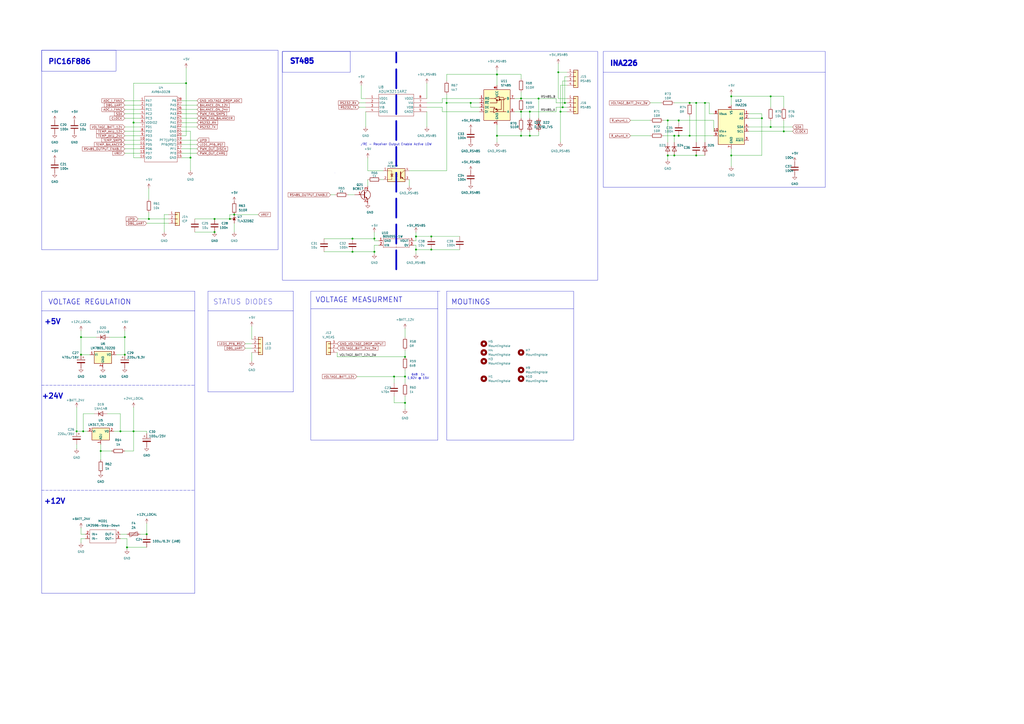
<source format=kicad_sch>
(kicad_sch (version 20231120) (generator "eeschema") (generator_version "8.0")
  (paper "A2")
  (junction (at 58.42 261.62))
  (junction (at 48.26 250.19))
  (junction (at 124.46 127))
  (junction (at 387.35 90.17))
  (junction (at 441.96 68.58))
  (junction (at 259.08 59.69))
  (junction (at 403.86 59.69))
  (junction (at 124.46 134.62))
  (junction (at 400.05 59.69))
  (junction (at 312.42 57.15))
  (junction (at 234.95 207.01))
  (junction (at 327.66 59.69))
  (junction (at 302.26 78.74))
  (junction (at 288.29 43.18))
  (junction (at 217.17 146.05))
  (junction (at 135.89 124.46))
  (junction (at 77.47 250.19))
  (junction (at 228.6 218.44))
  (junction (at 204.47 138.43))
  (junction (at 110.49 91.44))
  (junction (at 403.86 90.17))
  (junction (at 72.39 205.74))
  (junction (at 447.04 55.88))
  (junction (at 307.34 64.77))
  (junction (at 234.95 233.68))
  (junction (at 241.3 144.78))
  (junction (at 133.35 127))
  (junction (at 44.45 250.19))
  (junction (at 69.85 250.19))
  (junction (at 447.04 73.66))
  (junction (at 323.85 41.91))
  (junction (at 326.39 62.23))
  (junction (at 217.17 138.43))
  (junction (at 288.29 78.74))
  (junction (at 250.19 144.78))
  (junction (at 424.18 90.17))
  (junction (at 77.47 71.12))
  (junction (at 393.7 78.74))
  (junction (at 391.16 78.74))
  (junction (at 107.95 48.26))
  (junction (at 393.7 69.85))
  (junction (at 454.66 76.2))
  (junction (at 204.47 146.05))
  (junction (at 250.19 137.16))
  (junction (at 72.39 195.58))
  (junction (at 85.09 309.88))
  (junction (at 73.66 317.5))
  (junction (at 86.36 127))
  (junction (at 302.26 64.77))
  (junction (at 46.99 195.58))
  (junction (at 302.26 57.15))
  (junction (at 391.16 90.17))
  (junction (at 46.99 205.74))
  (junction (at 307.34 78.74))
  (junction (at 241.3 137.16))
  (junction (at 408.94 59.69))
  (junction (at 400.05 78.74))
  (junction (at 424.18 55.88))
  (junction (at 387.35 69.85))
  (junction (at 234.95 218.44))
  (junction (at 325.12 64.77))
  (junction (at 273.05 59.69))
  (wire (pts (xy 97.79 124.46) (xy 95.25 124.46)))
  (wire (pts (xy 259.08 59.69) (xy 273.05 59.69)))
  (wire (pts (xy 447.04 55.88) (xy 447.04 62.23)))
  (wire (pts (xy 46.99 314.96) (xy 46.99 312.42)))
  (wire (pts (xy 408.94 59.69) (xy 408.94 82.55)))
  (wire (pts (xy 81.28 86.36) (xy 72.39 86.36)))
  (wire (pts (xy 256.54 62.23) (xy 256.54 64.77)))
  (wire (pts (xy 424.18 54.61) (xy 424.18 55.88)))
  (wire (pts (xy 81.28 78.74) (xy 72.39 78.74)))
  (wire (pts (xy 228.6 218.44) (xy 234.95 218.44)))
  (wire (pts (xy 73.66 312.42) (xy 69.85 312.42)))
  (wire (pts (xy 72.39 205.74) (xy 72.39 195.58)))
  (wire (pts (xy 424.18 55.88) (xy 447.04 55.88)))
  (wire (pts (xy 48.26 240.03) (xy 48.26 250.19)))
  (wire (pts (xy 411.48 59.69) (xy 408.94 59.69)))
  (wire (pts (xy 387.35 69.85) (xy 393.7 69.85)))
  (wire (pts (xy 234.95 233.68) (xy 234.95 237.49)))
  (wire (pts (xy 322.58 62.23) (xy 322.58 64.77)))
  (wire (pts (xy 298.45 57.15) (xy 302.26 57.15)))
  (wire (pts (xy 256.54 57.15) (xy 278.13 57.15)))
  (wire (pts (xy 241.3 139.7) (xy 241.3 137.16)))
  (polyline (pts (xy 161.29 29.21) (xy 161.29 144.78)))
  (wire (pts (xy 241.3 144.78) (xy 250.19 144.78)))
  (wire (pts (xy 328.93 44.45) (xy 327.66 44.45)))
  (wire (pts (xy 447.04 73.66) (xy 459.74 73.66)))
  (wire (pts (xy 228.6 218.44) (xy 228.6 222.25)))
  (wire (pts (xy 234.95 214.63) (xy 234.95 218.44)))
  (wire (pts (xy 81.28 88.9) (xy 72.39 88.9)))
  (wire (pts (xy 328.93 62.23) (xy 326.39 62.23)))
  (wire (pts (xy 237.49 104.14) (xy 237.49 107.95)))
  (wire (pts (xy 325.12 82.55) (xy 325.12 64.77)))
  (wire (pts (xy 411.48 66.04) (xy 411.48 59.69)))
  (wire (pts (xy 228.6 229.87) (xy 228.6 233.68)))
  (wire (pts (xy 72.39 66.04) (xy 81.28 66.04)))
  (wire (pts (xy 201.93 113.03) (xy 205.74 113.03)))
  (wire (pts (xy 377.19 59.69) (xy 383.54 59.69)))
  (wire (pts (xy 114.3 86.36) (xy 105.41 86.36)))
  (wire (pts (xy 81.28 76.2) (xy 72.39 76.2)))
  (wire (pts (xy 146.05 204.47) (xy 146.05 209.55)))
  (wire (pts (xy 323.85 57.15) (xy 323.85 41.91)))
  (wire (pts (xy 58.42 261.62) (xy 58.42 266.7)))
  (wire (pts (xy 312.42 76.2) (xy 312.42 78.74)))
  (wire (pts (xy 62.23 240.03) (xy 69.85 240.03)))
  (wire (pts (xy 187.96 138.43) (xy 204.47 138.43)))
  (wire (pts (xy 302.26 64.77) (xy 307.34 64.77)))
  (wire (pts (xy 434.34 73.66) (xy 447.04 73.66)))
  (wire (pts (xy 85.09 303.53) (xy 85.09 309.88)))
  (wire (pts (xy 69.85 240.03) (xy 69.85 250.19)))
  (wire (pts (xy 213.36 91.44) (xy 213.36 99.06)))
  (wire (pts (xy 391.16 78.74) (xy 393.7 78.74)))
  (polyline (pts (xy 97.79 144.78) (xy 161.29 144.78)))
  (wire (pts (xy 133.35 127) (xy 133.35 124.46)))
  (wire (pts (xy 387.35 69.85) (xy 387.35 82.55)))
  (wire (pts (xy 278.13 62.23) (xy 273.05 62.23)))
  (wire (pts (xy 302.26 53.34) (xy 302.26 57.15)))
  (wire (pts (xy 241.3 137.16) (xy 241.3 134.62)))
  (wire (pts (xy 325.12 49.53) (xy 328.93 49.53)))
  (polyline (pts (xy 254 255.27) (xy 254 168.91)))
  (wire (pts (xy 247.65 62.23) (xy 256.54 62.23)))
  (wire (pts (xy 105.41 78.74) (xy 107.95 78.74)))
  (wire (pts (xy 273.05 59.69) (xy 278.13 59.69)))
  (wire (pts (xy 247.65 48.26) (xy 247.65 57.15)))
  (wire (pts (xy 114.3 68.58) (xy 105.41 68.58)))
  (wire (pts (xy 217.17 138.43) (xy 217.17 134.62)))
  (wire (pts (xy 80.01 127) (xy 86.36 127)))
  (wire (pts (xy 322.58 59.69) (xy 322.58 57.15)))
  (wire (pts (xy 77.47 91.44) (xy 77.47 71.12)))
  (wire (pts (xy 391.16 90.17) (xy 403.86 90.17)))
  (wire (pts (xy 133.35 124.46) (xy 135.89 124.46)))
  (wire (pts (xy 66.04 250.19) (xy 69.85 250.19)))
  (wire (pts (xy 85.09 250.19) (xy 77.47 250.19)))
  (wire (pts (xy 434.34 68.58) (xy 441.96 68.58)))
  (wire (pts (xy 54.61 240.03) (xy 48.26 240.03)))
  (wire (pts (xy 403.86 59.69) (xy 403.86 82.55)))
  (wire (pts (xy 312.42 57.15) (xy 312.42 68.58)))
  (wire (pts (xy 325.12 64.77) (xy 328.93 64.77)))
  (wire (pts (xy 85.09 129.54) (xy 97.79 129.54)))
  (wire (pts (xy 69.85 250.19) (xy 77.47 250.19)))
  (wire (pts (xy 391.16 59.69) (xy 400.05 59.69)))
  (wire (pts (xy 46.99 195.58) (xy 55.88 195.58)))
  (wire (pts (xy 204.47 146.05) (xy 217.17 146.05)))
  (polyline (pts (xy 180.34 179.07) (xy 254 179.07)))
  (wire (pts (xy 114.3 81.28) (xy 105.41 81.28)))
  (wire (pts (xy 208.28 62.23) (xy 212.09 62.23)))
  (wire (pts (xy 217.17 147.32) (xy 217.17 146.05)))
  (wire (pts (xy 234.95 218.44) (xy 234.95 222.25)))
  (wire (pts (xy 307.34 78.74) (xy 302.26 78.74)))
  (wire (pts (xy 110.49 76.2) (xy 105.41 76.2)))
  (wire (pts (xy 259.08 99.06) (xy 237.49 99.06)))
  (wire (pts (xy 50.8 250.19) (xy 48.26 250.19)))
  (wire (pts (xy 63.5 195.58) (xy 72.39 195.58)))
  (wire (pts (xy 77.47 71.12) (xy 77.47 48.26)))
  (wire (pts (xy 302.26 45.72) (xy 302.26 43.18)))
  (wire (pts (xy 414.02 66.04) (xy 411.48 66.04)))
  (wire (pts (xy 393.7 78.74) (xy 400.05 78.74)))
  (wire (pts (xy 217.17 146.05) (xy 217.17 142.24)))
  (wire (pts (xy 325.12 64.77) (xy 325.12 49.53)))
  (wire (pts (xy 220.98 104.14) (xy 222.25 104.14)))
  (wire (pts (xy 191.77 113.03) (xy 194.31 113.03)))
  (wire (pts (xy 434.34 76.2) (xy 454.66 76.2)))
  (wire (pts (xy 81.28 81.28) (xy 72.39 81.28)))
  (wire (pts (xy 234.95 229.87) (xy 234.95 233.68)))
  (wire (pts (xy 217.17 139.7) (xy 217.17 138.43)))
  (wire (pts (xy 247.65 59.69) (xy 256.54 59.69)))
  (wire (pts (xy 213.36 99.06) (xy 222.25 99.06)))
  (wire (pts (xy 86.36 109.22) (xy 86.36 115.57)))
  (polyline (pts (xy 24.13 180.34) (xy 113.03 180.34)))
  (wire (pts (xy 81.28 73.66) (xy 72.39 73.66)))
  (wire (pts (xy 105.41 91.44) (xy 110.49 91.44)))
  (wire (pts (xy 302.26 78.74) (xy 288.29 78.74)))
  (wire (pts (xy 46.99 312.42) (xy 49.53 312.42)))
  (wire (pts (xy 365.76 69.85) (xy 377.19 69.85)))
  (polyline (pts (xy 24.13 284.48) (xy 113.03 284.48)) (stroke (width 0) (type dash)))
  (polyline (pts (xy 24.13 29.21) (xy 161.29 29.21)))
  (wire (pts (xy 81.28 63.5) (xy 72.39 63.5)))
  (wire (pts (xy 441.96 66.04) (xy 434.34 66.04)))
  (wire (pts (xy 328.93 46.99) (xy 326.39 46.99)))
  (polyline (pts (xy 194.31 100.33) (xy 194.31 100.33)))
  (wire (pts (xy 247.65 73.66) (xy 247.65 64.77)))
  (wire (pts (xy 454.66 55.88) (xy 454.66 62.23)))
  (wire (pts (xy 403.86 59.69) (xy 400.05 59.69)))
  (wire (pts (xy 312.42 57.15) (xy 322.58 57.15)))
  (wire (pts (xy 107.95 39.37) (xy 107.95 48.26)))
  (wire (pts (xy 302.26 43.18) (xy 288.29 43.18)))
  (wire (pts (xy 323.85 41.91) (xy 323.85 36.83)))
  (wire (pts (xy 234.95 190.5) (xy 234.95 195.58)))
  (wire (pts (xy 73.66 317.5) (xy 85.09 317.5)))
  (wire (pts (xy 105.41 63.5) (xy 114.3 63.5)))
  (wire (pts (xy 393.7 69.85) (xy 414.02 69.85)))
  (polyline (pts (xy 120.65 227.33) (xy 170.18 227.33)))
  (wire (pts (xy 85.09 251.46) (xy 85.09 250.19)))
  (wire (pts (xy 234.95 233.68) (xy 228.6 233.68)))
  (wire (pts (xy 81.28 60.96) (xy 72.39 60.96)))
  (wire (pts (xy 72.39 68.58) (xy 81.28 68.58)))
  (wire (pts (xy 81.28 58.42) (xy 72.39 58.42)))
  (wire (pts (xy 259.08 43.18) (xy 288.29 43.18)))
  (wire (pts (xy 81.28 91.44) (xy 77.47 91.44)))
  (wire (pts (xy 77.47 48.26) (xy 107.95 48.26)))
  (wire (pts (xy 110.49 91.44) (xy 110.49 76.2)))
  (wire (pts (xy 288.29 40.64) (xy 288.29 43.18)))
  (wire (pts (xy 58.42 261.62) (xy 58.42 257.81)))
  (wire (pts (xy 113.03 134.62) (xy 124.46 134.62)))
  (wire (pts (xy 241.3 147.32) (xy 241.3 144.78)))
  (wire (pts (xy 195.58 207.01) (xy 195.58 204.47)))
  (wire (pts (xy 365.76 78.74) (xy 377.19 78.74)))
  (wire (pts (xy 195.58 207.01) (xy 234.95 207.01)))
  (wire (pts (xy 113.03 127) (xy 124.46 127)))
  (wire (pts (xy 208.28 59.69) (xy 212.09 59.69)))
  (polyline (pts (xy 170.18 168.91) (xy 120.65 168.91)))
  (wire (pts (xy 454.66 69.85) (xy 454.66 76.2)))
  (wire (pts (xy 447.04 69.85) (xy 447.04 73.66)))
  (polyline (pts (xy 349.885 41.91) (xy 478.79 41.91)))
  (wire (pts (xy 447.04 55.88) (xy 454.66 55.88)))
  (wire (pts (xy 213.36 107.95) (xy 213.36 104.14)))
  (wire (pts (xy 86.36 127) (xy 97.79 127)))
  (wire (pts (xy 400.05 67.31) (xy 400.05 78.74)))
  (wire (pts (xy 424.18 86.36) (xy 424.18 90.17)))
  (wire (pts (xy 81.28 309.88) (xy 85.09 309.88)))
  (wire (pts (xy 44.45 250.19) (xy 44.45 236.22)))
  (wire (pts (xy 387.35 92.71) (xy 387.35 90.17)))
  (wire (pts (xy 323.85 41.91) (xy 328.93 41.91)))
  (wire (pts (xy 307.34 76.2) (xy 307.34 78.74)))
  (wire (pts (xy 250.19 137.16) (xy 266.7 137.16)))
  (wire (pts (xy 302.26 64.77) (xy 302.26 68.58)))
  (polyline (pts (xy 24.13 223.52) (xy 113.03 223.52)) (stroke (width 0) (type dash)))
  (wire (pts (xy 77.47 71.12) (xy 81.28 71.12)))
  (wire (pts (xy 49.53 309.88) (xy 46.99 309.88)))
  (wire (pts (xy 326.39 46.99) (xy 326.39 62.23)))
  (wire (pts (xy 52.07 205.74) (xy 46.99 205.74)))
  (wire (pts (xy 424.18 90.17) (xy 424.18 96.52)))
  (wire (pts (xy 77.47 250.19) (xy 77.47 236.22)))
  (wire (pts (xy 146.05 189.23) (xy 146.05 196.85)))
  (wire (pts (xy 114.3 73.66) (xy 105.41 73.66)))
  (wire (pts (xy 46.99 309.88) (xy 46.99 306.07)))
  (wire (pts (xy 204.47 138.43) (xy 217.17 138.43)))
  (polyline (pts (xy 120.65 180.34) (xy 170.18 180.34)))
  (wire (pts (xy 424.18 55.88) (xy 424.18 60.96)))
  (wire (pts (xy 241.3 137.16) (xy 250.19 137.16)))
  (polyline (pts (xy 180.34 255.27) (xy 254 255.27)))
  (polyline (pts (xy 24.13 144.78) (xy 24.13 29.21)))
  (wire (pts (xy 209.55 57.15) (xy 209.55 49.53)))
  (polyline (pts (xy 259.08 179.07) (xy 332.74 179.07)))
  (wire (pts (xy 105.41 83.82) (xy 114.3 83.82)))
  (wire (pts (xy 288.29 43.18) (xy 288.29 49.53)))
  (wire (pts (xy 135.89 129.54) (xy 135.89 134.62)))
  (wire (pts (xy 46.99 205.74) (xy 46.99 195.58)))
  (wire (pts (xy 212.09 57.15) (xy 209.55 57.15)))
  (polyline (pts (xy 229.87 156.21) (xy 229.87 30.48)) (stroke (width 1) (type dash)))
  (wire (pts (xy 307.34 64.77) (xy 322.58 64.77)))
  (polyline (pts (xy 254 168.91) (xy 180.34 168.91)))
  (wire (pts (xy 73.66 317.5) (xy 73.66 318.77)))
  (wire (pts (xy 207.01 218.44) (xy 228.6 218.44)))
  (wire (pts (xy 64.77 261.62) (xy 58.42 261.62)))
  (wire (pts (xy 273.05 62.23) (xy 273.05 59.69)))
  (wire (pts (xy 250.19 144.78) (xy 266.7 144.78)))
  (wire (pts (xy 424.18 90.17) (xy 441.96 90.17)))
  (wire (pts (xy 107.95 48.26) (xy 107.95 78.74)))
  (polyline (pts (xy 120.65 227.33) (xy 120.65 168.91)))
  (wire (pts (xy 219.71 139.7) (xy 217.17 139.7)))
  (wire (pts (xy 77.47 261.62) (xy 77.47 250.19)))
  (wire (pts (xy 212.09 73.66) (xy 212.09 64.77)))
  (wire (pts (xy 241.3 144.78) (xy 241.3 142.24)))
  (wire (pts (xy 72.39 195.58) (xy 72.39 191.77)))
  (wire (pts (xy 298.45 64.77) (xy 302.26 64.77)))
  (wire (pts (xy 384.81 78.74) (xy 391.16 78.74)))
  (wire (pts (xy 124.46 127) (xy 133.35 127)))
  (wire (pts (xy 217.17 142.24) (xy 219.71 142.24)))
  (wire (pts (xy 135.89 124.46) (xy 149.86 124.46)))
  (wire (pts (xy 393.7 69.85) (xy 393.7 71.12)))
  (wire (pts (xy 384.81 69.85) (xy 387.35 69.85)))
  (wire (pts (xy 86.36 123.19) (xy 86.36 127)))
  (wire (pts (xy 454.66 76.2) (xy 459.74 76.2)))
  (wire (pts (xy 73.66 312.42) (xy 73.66 317.5)))
  (wire (pts (xy 95.25 124.46) (xy 95.25 134.62)))
  (wire (pts (xy 312.42 78.74) (xy 307.34 78.74)))
  (wire (pts (xy 259.08 46.99) (xy 259.08 43.18)))
  (wire (pts (xy 328.93 59.69) (xy 327.66 59.69)))
  (wire (pts (xy 400.05 78.74) (xy 414.02 78.74)))
  (wire (pts (xy 391.16 78.74) (xy 391.16 82.55)))
  (wire (pts (xy 110.49 99.06) (xy 110.49 91.44)))
  (wire (pts (xy 142.24 199.39) (xy 146.05 199.39)))
  (wire (pts (xy 327.66 44.45) (xy 327.66 59.69)))
  (wire (pts (xy 105.41 60.96) (xy 114.3 60.96)))
  (polyline (pts (xy 170.18 227.33) (xy 170.18 168.91)))
  (polyline (pts (xy 180.34 168.91) (xy 180.34 255.27)))
  (wire (pts (xy 72.39 261.62) (xy 77.47 261.62)))
  (wire (pts (xy 408.94 59.69) (xy 403.86 59.69)))
  (wire (pts (xy 387.35 90.17) (xy 391.16 90.17)))
  (polyline (pts (xy 254 168.91) (xy 255.27 168.91)))
  (wire (pts (xy 441.96 90.17) (xy 441.96 68.58)))
  (wire (pts (xy 441.96 68.58) (xy 441.96 66.04)))
  (wire (pts (xy 81.28 83.82) (xy 72.39 83.82)))
  (wire (pts (xy 241.3 142.24) (xy 240.03 142.24)))
  (wire (pts (xy 67.31 205.74) (xy 72.39 205.74)))
  (wire (pts (xy 302.26 57.15) (xy 312.42 57.15)))
  (wire (pts (xy 256.54 59.69) (xy 256.54 57.15)))
  (wire (pts (xy 326.39 62.23) (xy 322.58 62.23)))
  (wire (pts (xy 256.54 64.77) (xy 278.13 64.77)))
  (polyline (pts (xy 24.13 144.78) (xy 97.79 144.78)))
  (wire (pts (xy 327.66 59.69) (xy 322.58 59.69)))
  (wire (pts (xy 403.86 90.17) (xy 408.94 90.17)))
  (wire (pts (xy 234.95 203.2) (xy 234.95 207.01)))
  (wire (pts (xy 414.02 69.85) (xy 414.02 76.2)))
  (wire (pts (xy 240.03 139.7) (xy 241.3 139.7)))
  (wire (pts (xy 259.08 59.69) (xy 259.08 99.06)))
  (wire (pts (xy 187.96 146.05) (xy 204.47 146.05)))
  (wire (pts (xy 259.08 54.61) (xy 259.08 59.69)))
  (wire (pts (xy 288.29 72.39) (xy 288.29 78.74)))
  (wire (pts (xy 328.93 57.15) (xy 323.85 57.15)))
  (wire (pts (xy 142.24 201.93) (xy 146.05 201.93)))
  (wire (pts (xy 48.26 250.19) (xy 44.45 250.19)))
  (wire (pts (xy 105.41 66.04) (xy 114.3 66.04)))
  (wire (pts (xy 46.99 195.58) (xy 46.99 191.77)))
  (wire (pts (xy 114.3 58.42) (xy 105.41 58.42)))
  (wire (pts (xy 288.29 78.74) (xy 288.29 82.55)))
  (wire (pts (xy 69.85 309.88) (xy 73.66 309.88)))
  (wire (pts (xy 114.3 88.9) (xy 105.41 88.9)))
  (wire (pts (xy 302.26 76.2) (xy 302.26 78.74)))
  (wire (pts (xy 307.34 64.77) (xy 307.34 68.58)))
  (wire (pts (xy 114.3 71.12) (xy 105.41 71.12)))
  (wire (pts (xy 44.45 257.81) (xy 44.45 260.35)))
  (rectangle (start 259.08 168.91) (end 332.74 255.27))
  (rectangle (start 163.83 29.845) (end 346.71 162.56))
  (rectangle (start 24.13 29.21) (end 67.31 41.275))
  (rectangle (start 163.83 29.845) (end 203.2 41.91))
  (rectangle (start 349.885 29.845) (end 478.79 108.585))
  (rectangle (start 24.13 168.91) (end 113.03 344.17))
  (text "+24V" (at 30.48 229.87 0) (effects (font (size 3 3) (bold yes))))
  (text "6k8  1k\n1,92V @ 15V" (at 242.57 218.44 0) (effects (font (size 1.27 1.27))))
  (text "INA226\n" (at 361.95 36.83 0) (effects (font (size 3 3) (thickness 0.8) (bold yes))))
  (text "+12V" (at 31.75 290.83 0) (effects (font (size 3 3) (bold yes))))
  (text "+5V" (at 30.48 186.69 0) (effects (font (size 3 3) (bold yes))))
  (text "PIC16F886" (at 40.386 35.814 0) (effects (font (size 3 3) (thickness 0.6) (bold yes))))
  (text "MOUTINGS" (at 273.05 175.26 0) (effects (font (size 3 3) (thickness 0.254) (bold yes))))
  (text "VOLTAGE MEASURMENT" (at 208.28 173.99 0) (effects (font (size 3 3) (thickness 0.254) (bold yes))))
  (text "ST485" (at 175.26 35.56 0) (effects (font (size 3 3) (thickness 0.8) (bold yes))))
  (text "VOLTAGE REGULATION" (at 52.07 175.26 0) (effects (font (size 3 3) (thickness 0.254) (bold yes))))
  (text "/RE - Receiver Output Enable Active LOW" (at 229.87 83.82 0) (effects (font (size 1.27 1.27))))
  (text "STATUS DIODES" (at 140.97 175.26 0) (effects (font (size 3 3))))
  (label "RS485_A" (at 313.69 64.77 0))
  (label "RS485_B" (at 313.69 57.15 0))
  (label "VOLTAGE_BATT_12V_3W" (at 196.85 207.01 0))
  (global_label "R_shunt_L" (shape input) (at 365.76 69.85 180) (property "Intersheetrefs" "${INTERSHEET_REFS}" (effects (hide yes))))
  (global_label "VOLTAGE_BATT_12V" (shape input) (at 207.01 218.44 180) (property "Intersheetrefs" "${INTERSHEET_REFS}" (effects (hide yes))))
  (global_label "TEMP_AKU_12V" (shape input) (at 72.39 76.2 180) (property "Intersheetrefs" "${INTERSHEET_REFS}" (effects (hide yes))))
  (global_label "PWM_FAN_SMPS" (shape input) (at 114.3 66.04 0) (property "Intersheetrefs" "${INTERSHEET_REFS}" (effects (hide yes))))
  (global_label "RS232_RX" (shape input) (at 208.28 59.69 180) (property "Intersheetrefs" "${INTERSHEET_REFS}" (effects (hide yes))))
  (global_label "ADC_I_FAN1" (shape input) (at 72.39 58.42 180) (property "Intersheetrefs" "${INTERSHEET_REFS}" (effects (hide yes))))
  (global_label "TEMP_AKU_24V" (shape input) (at 72.39 78.74 180) (property "Intersheetrefs" "${INTERSHEET_REFS}" (effects (hide yes))))
  (global_label "SDA" (shape input) (at 459.74 73.66 0) (property "Intersheetrefs" "${INTERSHEET_REFS}" (effects (hide yes))))
  (global_label "PWM_OUT_CHRG" (shape input) (at 114.3 88.9 0) (property "Intersheetrefs" "${INTERSHEET_REFS}" (effects (hide yes))))
  (global_label "SDA" (shape input) (at 72.39 66.04 180) (property "Intersheetrefs" "${INTERSHEET_REFS}" (effects (hide yes))))
  (global_label "R_shunt_H" (shape input) (at 365.76 78.74 180) (property "Intersheetrefs" "${INTERSHEET_REFS}" (effects (hide yes))))
  (global_label "VOLTAGE_BATT_12V" (shape input) (at 72.39 73.66 180) (property "Intersheetrefs" "${INTERSHEET_REFS}" (effects (hide yes))))
  (global_label "BALANCE_ON_12V" (shape input) (at 114.3 60.96 0) (property "Intersheetrefs" "${INTERSHEET_REFS}" (effects (hide yes))))
  (global_label "LED1_PF6_RST" (shape input) (at 142.24 199.39 180) (property "Intersheetrefs" "${INTERSHEET_REFS}" (effects (hide yes))))
  (global_label "GND_VOLTAGE_DROP_ADC" (shape input) (at 114.3 58.42 0) (property "Intersheetrefs" "${INTERSHEET_REFS}" (effects (hide yes))))
  (global_label "CLOCK" (shape input) (at 459.74 76.2 0) (property "Intersheetrefs" "${INTERSHEET_REFS}" (effects (hide yes))))
  (global_label "LED1_PF6_RST" (shape input) (at 114.3 83.82 0) (property "Intersheetrefs" "${INTERSHEET_REFS}" (effects (hide yes))))
  (global_label "TEMP_SMPS" (shape input) (at 72.39 81.28 180) (property "Intersheetrefs" "${INTERSHEET_REFS}" (effects (hide yes))))
  (global_label "RS485_OUTPUT_ENABLE" (shape input) (at 191.77 113.03 180) (property "Intersheetrefs" "${INTERSHEET_REFS}" (effects (hide yes))))
  (global_label "RS232_TX" (shape input) (at 208.28 62.23 180) (property "Intersheetrefs" "${INTERSHEET_REFS}" (effects (hide yes))))
  (global_label "DBG_UART" (shape input) (at 142.24 201.93 180) (property "Intersheetrefs" "${INTERSHEET_REFS}" (effects (hide yes))))
  (global_label "GND_VOLTAGE_DROP_INPUT" (shape input) (at 195.58 199.39 0) (property "Intersheetrefs" "${INTERSHEET_REFS}" (effects (hide yes))))
  (global_label "DBG_UART" (shape input) (at 72.39 60.96 180) (property "Intersheetrefs" "${INTERSHEET_REFS}" (effects (hide yes))))
  (global_label "VOLTAGE_BATT_24V_3W" (shape input) (at 377.19 59.69 180) (property "Intersheetrefs" "${INTERSHEET_REFS}" (effects (hide yes))))
  (global_label "ADC_I_FAN2" (shape input) (at 72.39 63.5 180) (property "Intersheetrefs" "${INTERSHEET_REFS}" (effects (hide yes))))
  (global_label "PWM_OUT_DISCH" (shape input) (at 114.3 86.36 0) (property "Intersheetrefs" "${INTERSHEET_REFS}" (effects (hide yes))))
  (global_label "CLOCK" (shape input) (at 72.39 68.58 180) (property "Intersheetrefs" "${INTERSHEET_REFS}" (effects (hide yes))))
  (global_label "UPDI" (shape input) (at 114.3 81.28 0) (property "Intersheetrefs" "${INTERSHEET_REFS}" (effects (hide yes))))
  (global_label "RS232_RX" (shape input) (at 114.3 71.12 0) (property "Intersheetrefs" "${INTERSHEET_REFS}" (effects (hide yes))))
  (global_label "BALANCE_ON_24V" (shape input) (at 114.3 63.5 0) (property "Intersheetrefs" "${INTERSHEET_REFS}" (effects (hide yes))))
  (global_label "RS232_TX" (shape input) (at 114.3 73.66 0) (property "Intersheetrefs" "${INTERSHEET_REFS}" (effects (hide yes))))
  (global_label "UPDI" (shape input) (at 80.01 127 180) (property "Intersheetrefs" "${INTERSHEET_REFS}" (effects (hide yes))))
  (global_label "DBG_UART" (shape input) (at 85.09 129.54 180) (property "Intersheetrefs" "${INTERSHEET_REFS}" (effects (hide yes))))
  (global_label "VOLTAGE_BATT_24V_3W" (shape input) (at 195.58 201.93 0) (property "Intersheetrefs" "${INTERSHEET_REFS}" (effects (hide yes))))
  (global_label "VREF" (shape input) (at 149.86 124.46 0) (property "Intersheetrefs" "${INTERSHEET_REFS}" (effects (hide yes))))
  (global_label "PWM_FAN_BALANCER" (shape input) (at 114.3 68.58 0) (property "Intersheetrefs" "${INTERSHEET_REFS}" (effects (hide yes))))
  (global_label "TEMP_BALANCER" (shape input) (at 72.39 83.82 180) (property "Intersheetrefs" "${INTERSHEET_REFS}" (effects (hide yes))))
  (global_label "VREF" (shape input) (at 72.39 88.9 180) (property "Intersheetrefs" "${INTERSHEET_REFS}" (effects (hide yes))))
  (global_label "RS485_OUTPUT_ENABLE" (shape input) (at 72.39 86.36 180) (property "Intersheetrefs" "${INTERSHEET_REFS}" (effects (hide yes))))
  (symbol (lib_id "Transistor_BJT:BC817") (at 210.82 113.03 0) (unit 1)
    (property "Reference" "Q21" (at 206.756 107.188 0) (effects (justify left)))
    (property "Value" "BC817" (at 204.47 109.474 0) (effects (justify left)))
    (property "Footprint" "Package_TO_SOT_SMD:SOT-23" (effects (hide yes)))
    (property "Datasheet" "http://www.fairchildsemi.com/ds/BC/BC817.pdf" (effects (hide yes)))
  )
  (symbol (lib_id "power:GND") (at 31.75 77.47 0) (unit 1)
    (property "Reference" "#PWR068" (effects (hide yes)))
    (property "Value" "GND" (at 31.75 82.55 0))
    (property "Description" "Power symbol creates a global label with name \"GND\" , ground" (effects (hide yes)))
  )
  (symbol (lib_id "power:GND") (at 58.42 274.32 0) (unit 1)
    (property "Reference" "#PWR090" (effects (hide yes)))
    (property "Value" "GND" (at 58.42 279.4 0))
    (property "Description" "Power symbol creates a global label with name \"GND\" , ground" (effects (hide yes)))
  )
  (symbol (lib_id "Device:C") (at 85.09 313.69 0) (unit 1)
    (property "Reference" "C24" (at 78.74 312.928 0) (effects (justify left)))
    (property "Value" "100u/6,3V (JA8)" (at 88.392 313.944 0) (effects (justify left)))
    (property "Footprint" "Capacitor_Tantalum_SMD:CP_EIA-3528-21_Kemet-B" (effects (hide yes)))
    (property "Description" "VISHAY TMCU SMD CODE JA8" (effects (hide yes)))
  )
  (symbol (lib_id "Device:R") (at 447.04 66.04 0) (unit 1)
    (property "Reference" "R75" (at 449.58 64.7699 0) (effects (justify left)))
    (property "Value" "10k" (at 449.58 67.3099 0) (effects (justify left)))
    (property "Footprint" "Resistor_SMD:R_0805_2012Metric_Pad1.20x1.40mm_HandSolder" (effects (hide yes)))
    (property "Description" "Resistor" (effects (hide yes)))
  )
  (symbol (lib_id "Device:R") (at 234.95 210.82 0) (unit 1)
    (property "Reference" "R59" (at 237.49 209.5499 0) (effects (justify left)))
    (property "Value" "6k8" (at 237.49 212.0899 0) (effects (justify left)))
    (property "Footprint" "Resistor_SMD:R_0805_2012Metric_Pad1.20x1.40mm_HandSolder" (effects (hide yes)))
    (property "Description" "Resistor" (effects (hide yes)))
  )
  (symbol (lib_id "Device:R") (at 259.08 50.8 0) (unit 1)
    (property "Reference" "R67" (at 261.62 49.5299 0) (effects (justify left)))
    (property "Value" "4k7" (at 261.62 52.0699 0) (effects (justify left)))
    (property "Footprint" "Resistor_SMD:R_0805_2012Metric_Pad1.20x1.40mm_HandSolder" (effects (hide yes)))
    (property "Description" "Resistor" (effects (hide yes)))
  )
  (symbol (lib_id "power:+5V") (at 146.05 189.23 0) (unit 1)
    (property "Reference" "#PWR075" (effects (hide yes)))
    (property "Value" "+5V" (at 146.05 184.15 0))
    (property "Description" "Power symbol creates a global label with name \"+5V\"" (effects (hide yes)))
  )
  (symbol (lib_id "Device:R") (at 400.05 63.5 180) (unit 1)
    (property "Reference" "R74" (at 394.208 62.23 0) (effects (justify right)))
    (property "Value" "0R" (at 394.208 64.77 0) (effects (justify right)))
    (property "Footprint" "Resistor_SMD:R_0805_2012Metric_Pad1.20x1.40mm_HandSolder" (effects (hide yes)))
    (property "Description" "Resistor" (effects (hide yes)))
  )
  (symbol (lib_id "power:GND") (at 59.69 213.36 0) (unit 1)
    (property "Reference" "#PWR091" (effects (hide yes)))
    (property "Value" "GND" (at 59.69 218.44 0))
    (property "Description" "Power symbol creates a global label with name \"GND\" , ground" (effects (hide yes)))
  )
  (symbol (lib_id "power:GND") (at 387.35 92.71 0) (unit 1)
    (property "Reference" "#PWR0117" (effects (hide yes)))
    (property "Value" "GND" (at 387.35 97.79 0))
    (property "Description" "Power symbol creates a global label with name \"GND\" , ground" (effects (hide yes)))
  )
  (symbol (lib_id "Diode:PTVS5V0Z1USK") (at 408.94 86.36 90) (mirror x) (unit 1)
    (property "Reference" "D25" (at 410.464 84.328 90) (effects (justify right)))
    (property "Value" "PTVS5V0Z1USK" (effects (hide yes)))
    (property "Footprint" "Diode_SMD:D_SOD-123" (effects (hide yes)))
    (property "Datasheet" "https://assets.nexperia.com/documents/data-sheet/PTVS5V0Z1USK.pdf" (effects (hide yes)))
    (property "Description" "5V, 1200W TVS unidirectional diode, DSN1608-2" (effects (hide yes)))
  )
  (symbol (lib_id "power:GND") (at 288.29 82.55 0) (unit 1)
    (property "Reference" "#PWR0114" (effects (hide yes)))
    (property "Value" "GND_RS485" (at 288.29 87.63 0))
    (property "Description" "Power symbol creates a global label with name \"GND\" , ground" (effects (hide yes)))
  )
  (symbol (lib_id "power:GND") (at 95.25 134.62 0) (unit 1)
    (property "Reference" "#PWR082" (effects (hide yes)))
    (property "Value" "GND" (at 95.25 139.7 0))
    (property "Description" "Power symbol creates a global label with name \"GND\" , ground" (effects (hide yes)))
  )
  (symbol (lib_id "Reference_Voltage:TL432DBZ") (at 135.89 127 90) (unit 1)
    (property "Reference" "U7" (at 137.668 125.7878 90) (effects (justify right)))
    (property "Value" "TL432DBZ" (at 137.668 128.2121 90) (effects (justify right)))
    (property "Footprint" "Package_TO_SOT_SMD:SOT-23" (effects (hide yes)))
    (property "Datasheet" "http://www.ti.com/lit/ds/symlink/tl431.pdf" (effects (hide yes)))
    (property "Description" "Shunt Regulator, SOT-23" (effects (hide yes)))
  )
  (symbol (lib_id "power:GND") (at 213.36 118.11 0) (unit 1)
    (property "Reference" "#PWR0101" (effects (hide yes)))
    (property "Value" "GND" (at 214.63 123.19 0))
    (property "Description" "Power symbol creates a global label with name \"GND\" , ground" (effects (hide yes)))
  )
  (symbol (lib_id "My-Lib:B0505S-1W") (at 229.87 140.97 0) (unit 1)
    (property "Reference" "U10" (at 223.266 135.128 0))
    (property "Value" "B0505S-1W" (at 227.838 137.16 0))
    (property "Footprint" "My-Footprints:B0505S" (effects (hide yes)))
  )
  (symbol (lib_id "Device:R") (at 454.66 66.04 0) (unit 1)
    (property "Reference" "R76" (at 457.2 64.7699 0) (effects (justify left)))
    (property "Value" "10k" (at 457.2 67.3099 0) (effects (justify left)))
    (property "Footprint" "Resistor_SMD:R_0805_2012Metric_Pad1.20x1.40mm_HandSolder" (effects (hide yes)))
    (property "Description" "Resistor" (effects (hide yes)))
  )
  (symbol (lib_id "Mechanical:MountingHole") (at 280.67 209.55 0) (unit 1) (exclude_from_sim yes) (in_bom no)
    (property "Reference" "H3" (at 283.21 208.2799 0) (effects (justify left)))
    (property "Value" "MountingHole" (at 283.21 210.8199 0) (effects (justify left)))
    (property "Footprint" "My-Footprints:Mount-Hole-3mm" (effects (hide yes)))
    (property "Description" "Mounting Hole without connection" (effects (hide yes)))
  )
  (symbol (lib_id "Connector_Generic:Conn_01x03") (at 102.87 127 0) (unit 1)
    (property "Reference" "J14" (at 105.41 125.7299 0) (effects (justify left)))
    (property "Value" "ICP" (at 105.41 128.2699 0) (effects (justify left)))
    (property "Footprint" "My-Footprints-connectors:JST_XA_1x03_P2.54mm_Vertical" (effects (hide yes)))
    (property "Description" "Generic connector, single row, 01x03, script generated (kicad-library-utils/schlib/autogen/connector/)" (effects (hide yes)))
  )
  (symbol (lib_id "Interface_UART:ST485EBDR") (at 288.29 59.69 0) (unit 1)
    (property "Reference" "U11" (at 290.4841 46.99 0) (effects (justify left)))
    (property "Value" "ST485" (at 290.4841 49.53 0) (effects (justify left)))
    (property "Footprint" "Package_SO:SOIC-8_3.9x4.9mm_P1.27mm" (effects (hide yes)))
    (property "Datasheet" "http://www.st.com/resource/en/datasheet/st485eb.pdf" (effects (hide yes)))
    (property "Description" "Half duplex RS-485/RS-422, 5 Mbps, ±15kV electro-static discharge (ESD) protection, no slew-rate, with low-power shutdown, with receiver/driver enable, 256 transceiver on the bus - 40 to 85 °C, SOIC-8" (effects (hide yes)))
  )
  (symbol (lib_id "power:GND") (at 44.45 260.35 0) (unit 1)
    (property "Reference" "#PWR086" (effects (hide yes)))
    (property "Value" "GND" (at 44.45 265.43 0))
    (property "Description" "Power symbol creates a global label with name \"GND\" , ground" (effects (hide yes)))
  )
  (symbol (lib_id "power:GND") (at 110.49 99.06 0) (unit 1)
    (property "Reference" "#PWR084" (effects (hide yes)))
    (property "Value" "GND" (at 110.49 104.14 0))
    (property "Description" "Power symbol creates a global label with name \"GND\" , ground" (effects (hide yes)))
  )
  (symbol (lib_id "Device:C") (at 266.7 140.97 0) (unit 1)
    (property "Reference" "C39" (at 259.08 139.954 0) (effects (justify left)))
    (property "Value" "100n" (at 259.08 142.24 0) (effects (justify left)))
    (property "Footprint" "Capacitor_SMD:C_0805_2012Metric_Pad1.18x1.45mm_HandSolder" (effects (hide yes)))
    (property "Description" "Unpolarized capacitor" (effects (hide yes)))
  )
  (symbol (lib_id "Device:C") (at 31.75 73.66 0) (unit 1)
    (property "Reference" "C20" (at 34.798 72.39 0) (effects (justify left)))
    (property "Value" "100n" (at 34.798 74.93 0) (effects (justify left)))
    (property "Footprint" "Capacitor_SMD:C_0805_2012Metric_Pad1.18x1.45mm_HandSolder" (effects (hide yes)))
    (property "Description" "Unpolarized capacitor" (effects (hide yes)))
  )
  (symbol (lib_id "Device:C_Polarized") (at 85.09 255.27 0) (unit 1)
    (property "Reference" "C30" (at 86.36 250.444 0) (effects (justify left)))
    (property "Value" "100u/25V" (at 86.36 252.984 0) (effects (justify left)))
    (property "Footprint" "Capacitor_THT:CP_Radial_D8.0mm_P2.50mm" (effects (hide yes)))
    (property "Description" "Polarized capacitor" (effects (hide yes)))
  )
  (symbol (lib_id "Device:R") (at 381 78.74 90) (unit 1)
    (property "Reference" "R72" (at 381 73.5795 90))
    (property "Value" "10R" (at 381 76.0038 90))
    (property "Footprint" "Resistor_SMD:R_0805_2012Metric_Pad1.20x1.40mm_HandSolder" (effects (hide yes)))
    (property "Description" "Resistor" (effects (hide yes)))
  )
  (symbol (lib_id "Diode:1N4148") (at 58.42 240.03 0) (unit 1)
    (property "Reference" "D19" (at 58.42 234.6155 0))
    (property "Value" "1N4148" (at 58.42 237.0398 0))
    (property "Footprint" "Diode_SMD:D_MiniMELF" (effects (hide yes)))
    (property "Datasheet" "https://assets.nexperia.com/documents/data-sheet/1N4148_1N4448.pdf" (effects (hide yes)))
    (property "Description" "100V 0.15A standard switching diode, DO-35" (effects (hide yes)))
    (property "Sim.Device" "D" (effects (hide yes)))
    (property "Sim.Pins" "1=K 2=A" (effects (hide yes)))
  )
  (symbol (lib_id "power:GND") (at 461.01 101.6 0) (unit 1)
    (property "Reference" "#PWR0121" (effects (hide yes)))
    (property "Value" "GND" (at 461.01 106.68 0))
    (property "Description" "Power symbol creates a global label with name \"GND\" , ground" (effects (hide yes)))
  )
  (symbol (lib_id "power:GND") (at 237.49 107.95 0) (unit 1)
    (property "Reference" "#PWR0104" (effects (hide yes)))
    (property "Value" "GND_RS485" (at 237.236 112.014 0))
    (property "Description" "Power symbol creates a global label with name \"GND\" , ground" (effects (hide yes)))
  )
  (symbol (lib_id "power:+5V") (at 72.39 191.77 0) (unit 1)
    (property "Reference" "#PWR094" (effects (hide yes)))
    (property "Value" "+5V" (at 72.39 186.69 0))
    (property "Description" "Power symbol creates a global label with name \"+5V\"" (effects (hide yes)))
  )
  (symbol (lib_id "Mechanical:MountingHole") (at 302.26 204.47 0) (unit 1) (exclude_from_sim yes) (in_bom no)
    (property "Reference" "H7" (at 304.8 203.1999 0) (effects (justify left)))
    (property "Value" "MountingHole" (at 304.8 205.7399 0) (effects (justify left)))
    (property "Footprint" "My-Footprints:Mount-Hole-3mm" (effects (hide yes)))
    (property "Description" "Mounting Hole without connection" (effects (hide yes)))
  )
  (symbol (lib_id "power:+5V") (at 135.89 116.84 0) (unit 1)
    (property "Reference" "#PWR092" (effects (hide yes)))
    (property "Value" "+5V" (at 135.89 111.76 0))
    (property "Description" "Power symbol creates a global label with name \"+5V\"" (effects (hide yes)))
  )
  (symbol (lib_id "Device:R") (at 217.17 104.14 90) (unit 1)
    (property "Reference" "R66" (at 217.17 100.33 90))
    (property "Value" "1k" (at 217.17 102.108 90))
    (property "Footprint" "Resistor_SMD:R_0805_2012Metric_Pad1.20x1.40mm_HandSolder" (effects (hide yes)))
    (property "Description" "Resistor" (effects (hide yes)))
  )
  (symbol (lib_id "Mechanical:MountingHole") (at 280.67 199.39 0) (unit 1) (exclude_from_sim yes) (in_bom no)
    (property "Reference" "H5" (at 283.21 198.1199 0) (effects (justify left)))
    (property "Value" "MountingHole" (at 283.21 200.6599 0) (effects (justify left)))
    (property "Footprint" "My-Footprints:Mount-Hole-3mm" (effects (hide yes)))
    (property "Description" "Mounting Hole without connection" (effects (hide yes)))
  )
  (symbol (lib_id "Device:C") (at 43.18 73.66 0) (unit 1)
    (property "Reference" "C22" (at 46.228 72.39 0) (effects (justify left)))
    (property "Value" "10u" (at 46.228 74.93 0) (effects (justify left)))
    (property "Footprint" "Capacitor_SMD:C_0805_2012Metric_Pad1.18x1.45mm_HandSolder" (effects (hide yes)))
    (property "Description" "Unpolarized capacitor" (effects (hide yes)))
  )
  (symbol (lib_id "power:GND") (at 124.46 134.62 0) (unit 1)
    (property "Reference" "#PWR089" (effects (hide yes)))
    (property "Value" "GND" (at 124.46 139.7 0))
    (property "Description" "Power symbol creates a global label with name \"GND\" , ground" (effects (hide yes)))
  )
  (symbol (lib_id "Device:C") (at 403.86 86.36 0) (unit 1)
    (property "Reference" "C36" (at 396.494 85.598 0) (effects (justify left)))
    (property "Value" "100n" (at 455.422 91.44 0) (effects (justify left)))
    (property "Footprint" "Resistor_SMD:R_0805_2012Metric_Pad1.20x1.40mm_HandSolder" (effects (hide yes)))
    (property "Description" "Unpolarized capacitor" (effects (hide yes)))
  )
  (symbol (lib_id "power:+5V") (at 86.36 109.22 0) (unit 1)
    (property "Reference" "#PWR081" (effects (hide yes)))
    (property "Value" "+5V" (at 86.36 104.14 0))
    (property "Description" "Power symbol creates a global label with name \"+5V\"" (effects (hide yes)))
  )
  (symbol (lib_id "Device:R") (at 234.95 226.06 0) (unit 1)
    (property "Reference" "R60" (at 237.49 224.7899 0) (effects (justify left)))
    (property "Value" "1k" (at 237.49 227.3299 0) (effects (justify left)))
    (property "Footprint" "Resistor_SMD:R_0805_2012Metric_Pad1.20x1.40mm_HandSolder" (effects (hide yes)))
    (property "Description" "Resistor" (effects (hide yes)))
  )
  (symbol (lib_id "power:GND") (at 73.66 318.77 0) (unit 1)
    (property "Reference" "#PWR077" (effects (hide yes)))
    (property "Value" "GND" (at 73.66 323.85 0))
    (property "Description" "Power symbol creates a global label with name \"GND\" , ground" (effects (hide yes)))
  )
  (symbol (lib_id "Regulator_Linear:LM317_TO-220") (at 58.42 250.19 0) (unit 1)
    (property "Reference" "U5" (at 58.42 243.84 0))
    (property "Value" "LM317_TO-220" (at 58.42 246.38 0))
    (property "Footprint" "My-Footprints:TO-220-3_Vertical-little-bigger pads" (effects (hide yes)))
    (property "Datasheet" "http://www.ti.com/lit/ds/symlink/lm317.pdf" (effects (hide yes)))
    (property "Description" "1.5A 35V Adjustable Linear Regulator, TO-220" (effects (hide yes)))
  )
  (symbol (lib_id "power:+5V") (at 46.99 191.77 0) (unit 1)
    (property "Reference" "#PWR087" (effects (hide yes)))
    (property "Value" "+12V_LOCAL" (at 46.99 186.69 0))
    (property "Description" "Power symbol creates a global label with name \"+5V\"" (effects (hide yes)))
  )
  (symbol (lib_id "power:GND") (at 424.18 96.52 0) (unit 1)
    (property "Reference" "#PWR0119" (effects (hide yes)))
    (property "Value" "GND" (at 424.18 101.6 0))
    (property "Description" "Power symbol creates a global label with name \"GND\" , ground" (effects (hide yes)))
  )
  (symbol (lib_id "power:+5V") (at 85.09 303.53 0) (unit 1)
    (property "Reference" "#PWR078" (effects (hide yes)))
    (property "Value" "+12V_LOCAL" (at 85.09 298.45 0))
    (property "Description" "Power symbol creates a global label with name \"+5V\"" (effects (hide yes)))
  )
  (symbol (lib_id "power:GND") (at 217.17 147.32 0) (unit 1)
    (property "Reference" "#PWR0103" (effects (hide yes)))
    (property "Value" "GND" (at 217.17 152.4 0))
    (property "Description" "Power symbol creates a global label with name \"GND\" , ground" (effects (hide yes)))
  )
  (symbol (lib_id "power:GND") (at 135.89 134.62 0) (unit 1)
    (property "Reference" "#PWR093" (effects (hide yes)))
    (property "Value" "GND" (at 135.89 139.7 0))
    (property "Description" "Power symbol creates a global label with name \"GND\" , ground" (effects (hide yes)))
  )
  (symbol (lib_id "Device:R") (at 198.12 113.03 90) (unit 1)
    (property "Reference" "R65" (at 198.12 109.22 90))
    (property "Value" "1k" (at 198.12 110.998 90))
    (property "Footprint" "Resistor_SMD:R_0805_2012Metric_Pad1.20x1.40mm_HandSolder" (effects (hide yes)))
    (property "Description" "Resistor" (effects (hide yes)))
  )
  (symbol (lib_id "power:+5V") (at 213.36 91.44 0) (unit 1)
    (property "Reference" "#PWR0100" (effects (hide yes)))
    (property "Value" "+5V" (at 213.36 86.36 0))
    (property "Description" "Power symbol creates a global label with name \"+5V\"" (effects (hide yes)))
  )
  (symbol (lib_id "Device:R") (at 302.26 72.39 0) (unit 1)
    (property "Reference" "R70" (at 295.91 71.628 0) (effects (justify left)))
    (property "Value" "510R" (at 295.91 73.66 0) (effects (justify left)))
    (property "Footprint" "Resistor_SMD:R_0805_2012Metric_Pad1.20x1.40mm_HandSolder" (effects (hide yes)))
    (property "Description" "Resistor" (effects (hide yes)))
  )
  (symbol (lib_id "Device:C_Polarized") (at 44.45 254 0) (mirror y) (unit 1)
    (property "Reference" "C26" (at 43.18 249.174 0) (effects (justify left)))
    (property "Value" "220u/35V" (at 43.18 251.714 0) (effects (justify left)))
    (property "Footprint" "Capacitor_THT:CP_Radial_D8.0mm_P2.50mm" (effects (hide yes)))
    (property "Description" "Polarized capacitor" (effects (hide yes)))
  )
  (symbol (lib_id "Device:R") (at 302.26 60.96 0) (unit 1)
    (property "Reference" "R69" (at 304.8 59.6899 0) (effects (justify left)))
    (property "Value" "120R" (at 304.8 62.2299 0) (effects (justify left)))
    (property "Footprint" "Resistor_SMD:R_0805_2012Metric_Pad1.20x1.40mm_HandSolder" (effects (hide yes)))
    (property "Description" "Resistor" (effects (hide yes)))
  )
  (symbol (lib_id "power:GND") (at 273.05 82.55 0) (unit 1)
    (property "Reference" "#PWR0110" (effects (hide yes)))
    (property "Value" "GND_RS485" (at 273.05 87.63 0))
    (property "Description" "Power symbol creates a global label with name \"GND\" , ground" (effects (hide yes)))
  )
  (symbol (lib_id "Device:C") (at 273.05 102.87 0) (unit 1)
    (property "Reference" "C34" (at 265.43 101.854 0) (effects (justify left)))
    (property "Value" "100n" (at 265.43 104.14 0) (effects (justify left)))
    (property "Footprint" "Capacitor_SMD:C_0805_2012Metric_Pad1.18x1.45mm_HandSolder" (effects (hide yes)))
    (property "Description" "Unpolarized capacitor" (effects (hide yes)))
  )
  (symbol (lib_id "Mechanical:MountingHole") (at 280.67 204.47 0) (unit 1) (exclude_from_sim yes) (in_bom no)
    (property "Reference" "H4" (at 283.21 203.1999 0) (effects (justify left)))
    (property "Value" "MountingHole" (at 283.21 205.7399 0) (effects (justify left)))
    (property "Footprint" "My-Footprints:Mount-Hole-3mm" (effects (hide yes)))
    (property "Description" "Mounting Hole without connection" (effects (hide yes)))
  )
  (symbol (lib_id "power:GND") (at 146.05 209.55 0) (unit 1)
    (property "Reference" "#PWR076" (effects (hide yes)))
    (property "Value" "GND" (at 146.05 214.63 0))
    (property "Description" "Power symbol creates a global label with name \"GND\" , ground" (effects (hide yes)))
  )
  (symbol (lib_id "power:GND") (at 46.99 213.36 0) (unit 1)
    (property "Reference" "#PWR088" (effects (hide yes)))
    (property "Value" "GND" (at 46.99 218.44 0))
    (property "Description" "Power symbol creates a global label with name \"GND\" , ground" (effects (hide yes)))
  )
  (symbol (lib_id "Device:R") (at 234.95 199.39 0) (unit 1)
    (property "Reference" "R58" (at 237.49 198.1199 0) (effects (justify left)))
    (property "Value" "0R" (at 237.49 200.6599 0) (effects (justify left)))
    (property "Footprint" "Resistor_SMD:R_0805_2012Metric_Pad1.20x1.40mm_HandSolder" (effects (hide yes)))
    (property "Description" "Resistor" (effects (hide yes)))
  )
  (symbol (lib_id "Device:D_TVS") (at 312.42 72.39 90) (unit 1)
    (property "Reference" "D22" (at 314.96 71.1199 90) (effects (justify right)))
    (property "Value" "D_TVS" (at 314.96 73.6599 90) (effects (justify right)))
    (property "Footprint" "Diode_SMD:Nexperia_CFP3_SOD-123W" (effects (hide yes)))
    (property "Description" "Bidirectional transient-voltage-suppression diode" (effects (hide yes)))
  )
  (symbol (lib_id "power:+5V") (at 273.05 74.93 0) (unit 1)
    (property "Reference" "#PWR0109" (effects (hide yes)))
    (property "Value" "+5V_RS485" (at 273.05 69.85 0))
    (property "Description" "Power symbol creates a global label with name \"+5V\"" (effects (hide yes)))
  )
  (symbol (lib_id "My-Lib:ADUM3211ARZ") (at 219.71 54.61 0) (unit 1)
    (property "Reference" "U8" (at 220.98 50.546 0) (effects (font (size 1.524 1.524))))
    (property "Value" "ADUM3211ARZ" (at 227.838 53.086 0) (effects (font (size 1.524 1.524))))
    (property "Footprint" "Package_SO:SO-8_3.9x4.9mm_P1.27mm" (effects (hide yes)))
    (property "Datasheet" "ADUM3211ARZ" (effects (hide yes)))
  )
  (symbol (lib_id "Device:C") (at 204.47 142.24 0) (unit 1)
    (property "Reference" "C32" (at 196.85 141.224 0) (effects (justify left)))
    (property "Value" "100n" (at 196.85 143.51 0) (effects (justify left)))
    (property "Footprint" "Capacitor_SMD:C_0805_2012Metric_Pad1.18x1.45mm_HandSolder" (effects (hide yes)))
    (property "Description" "Unpolarized capacitor" (effects (hide yes)))
  )
  (symbol (lib_id "Isolator:PC817") (at 229.87 101.6 0) (unit 1)
    (property "Reference" "U9" (at 226.568 94.488 0))
    (property "Value" "PC817" (at 227.838 96.52 0))
    (property "Footprint" "Package_DIP:DIP-4_W7.62mm" (effects (hide yes)))
    (property "Datasheet" "http://www.soselectronic.cz/a_info/resource/d/pc817.pdf" (effects (hide yes)))
    (property "Description" "DC Optocoupler, Vce 35V, CTR 50-300%, DIP-4" (effects (hide yes)))
  )
  (symbol (lib_id "Device:R") (at 387.35 59.69 90) (unit 1)
    (property "Reference" "R73" (at 387.35 54.5295 90))
    (property "Value" "10R" (at 387.35 56.9538 90))
    (property "Footprint" "Resistor_SMD:R_0805_2012Metric_Pad1.20x1.40mm_HandSolder" (effects (hide yes)))
    (property "Description" "Resistor" (effects (hide yes)))
  )
  (symbol (lib_id "Mechanical:MountingHole") (at 302.26 219.71 0) (unit 1) (exclude_from_sim yes) (in_bom no)
    (property "Reference" "H10" (at 304.8 218.4399 0) (effects (justify left)))
    (property "Value" "MountingHole" (at 304.8 220.9799 0) (effects (justify left)))
    (property "Footprint" "My-Footprints:Mount-Hole-3mm" (effects (hide yes)))
    (property "Description" "Mounting Hole without connection" (effects (hide yes)))
  )
  (symbol (lib_id "Device:Polyfuse") (at 77.47 309.88 90) (unit 1)
    (property "Reference" "F4" (at 77.47 303.53 90))
    (property "Value" "2A" (at 77.47 306.07 90))
    (property "Footprint" "Fuse:Fuse_2920_7451Metric_Pad2.10x5.45mm_HandSolder" (effects (hide yes)))
    (property "Description" "Resettable fuse, polymeric positive temperature coefficient" (effects (hide yes)))
  )
  (symbol (lib_id "power:GND") (at 31.75 100.33 0) (unit 1)
    (property "Reference" "#PWR070" (effects (hide yes)))
    (property "Value" "GND" (at 31.75 105.41 0))
    (property "Description" "Power symbol creates a global label with name \"GND\" , ground" (effects (hide yes)))
  )
  (symbol (lib_id "Device:C_Polarized") (at 46.99 209.55 0) (mirror y) (unit 1)
    (property "Reference" "C27" (at 45.72 204.724 0) (effects (justify left)))
    (property "Value" "470u/16V" (at 45.72 207.264 0) (effects (justify left)))
    (property "Footprint" "Capacitor_THT:CP_Radial_D8.0mm_P2.50mm" (effects (hide yes)))
    (property "Description" "Polarized capacitor" (effects (hide yes)))
  )
  (symbol (lib_id "Diode:1N4148") (at 59.69 195.58 0) (unit 1)
    (property "Reference" "D20" (at 59.69 190.1655 0))
    (property "Value" "1N4148" (at 59.69 192.5898 0))
    (property "Footprint" "Diode_SMD:D_MiniMELF" (effects (hide yes)))
    (property "Datasheet" "https://assets.nexperia.com/documents/data-sheet/1N4148_1N4448.pdf" (effects (hide yes)))
    (property "Description" "100V 0.15A standard switching diode, DO-35" (effects (hide yes)))
    (property "Sim.Device" "D" (effects (hide yes)))
    (property "Sim.Pins" "1=K 2=A" (effects (hide yes)))
  )
  (symbol (lib_id "power:+5V") (at 31.75 92.71 0) (unit 1)
    (property "Reference" "#PWR069" (effects (hide yes)))
    (property "Value" "+5V" (at 31.75 87.63 0))
    (property "Description" "Power symbol creates a global label with name \"+5V\"" (effects (hide yes)))
  )
  (symbol (lib_id "power:+5V") (at 209.55 49.53 0) (unit 1)
    (property "Reference" "#PWR098" (effects (hide yes)))
    (property "Value" "+5V" (at 209.55 44.45 0))
    (property "Description" "Power symbol creates a global label with name \"+5V\"" (effects (hide yes)))
  )
  (symbol (lib_id "power:+5V") (at 288.29 40.64 0) (unit 1)
    (property "Reference" "#PWR0113" (effects (hide yes)))
    (property "Value" "+5V_RS485" (at 288.29 35.56 0))
    (property "Description" "Power symbol creates a global label with name \"+5V\"" (effects (hide yes)))
  )
  (symbol (lib_id "power:GND") (at 212.09 73.66 0) (unit 1)
    (property "Reference" "#PWR099" (effects (hide yes)))
    (property "Value" "GND" (at 212.09 78.74 0))
    (property "Description" "Power symbol creates a global label with name \"GND\" , ground" (effects (hide yes)))
  )
  (symbol (lib_id "power:GND") (at 43.18 77.47 0) (unit 1)
    (property "Reference" "#PWR074" (effects (hide yes)))
    (property "Value" "GND" (at 43.18 82.55 0))
    (property "Description" "Power symbol creates a global label with name \"GND\" , ground" (effects (hide yes)))
  )
  (symbol (lib_id "Device:R") (at 58.42 270.51 0) (unit 1)
    (property "Reference" "R62" (at 60.96 269.2399 0) (effects (justify left)))
    (property "Value" "1k" (at 60.96 271.7799 0) (effects (justify left)))
    (property "Footprint" "Resistor_SMD:R_0805_2012Metric_Pad1.20x1.40mm_HandSolder" (effects (hide yes)))
    (property "Description" "Resistor" (effects (hide yes)))
  )
  (symbol (lib_id "power:GND") (at 241.3 147.32 0) (unit 1)
    (property "Reference" "#PWR0106" (effects (hide yes)))
    (property "Value" "GND_RS485" (at 241.3 152.4 0))
    (property "Description" "Power symbol creates a global label with name \"GND\" , ground" (effects (hide yes)))
  )
  (symbol (lib_id "Device:R") (at 381 69.85 90) (unit 1)
    (property "Reference" "R71" (at 381 64.6895 90))
    (property "Value" "10R" (at 381 67.1138 90))
    (property "Footprint" "Resistor_SMD:R_0805_2012Metric_Pad1.20x1.40mm_HandSolder" (effects (hide yes)))
    (property "Description" "Resistor" (effects (hide yes)))
  )
  (symbol (lib_id "Mechanical:MountingHole") (at 280.67 219.71 0) (unit 1) (exclude_from_sim yes) (in_bom no)
    (property "Reference" "H1" (at 283.21 218.4399 0) (effects (justify left)))
    (property "Value" "MountingHole" (at 283.21 220.9799 0) (effects (justify left)))
    (property "Footprint" "My-Footprints:Mount-Hole-3mm" (effects (hide yes)))
    (property "Description" "Mounting Hole without connection" (effects (hide yes)))
  )
  (symbol (lib_id "power:GND") (at 234.95 237.49 0) (unit 1)
    (property "Reference" "#PWR080" (effects (hide yes)))
    (property "Value" "GND" (at 234.95 242.57 0))
    (property "Description" "Power symbol creates a global label with name \"GND\" , ground" (effects (hide yes)))
  )
  (symbol (lib_id "Device:C") (at 228.6 226.06 0) (unit 1)
    (property "Reference" "C23" (at 223.012 225.044 0) (effects (justify left)))
    (property "Value" "470n" (at 220.98 227.33 0) (effects (justify left)))
    (property "Footprint" "Capacitor_SMD:C_0805_2012Metric_Pad1.18x1.45mm_HandSolder" (effects (hide yes)))
    (property "Description" "Unpolarized capacitor" (effects (hide yes)))
  )
  (symbol (lib_id "Mechanical:MountingHole") (at 302.26 214.63 0) (unit 1) (exclude_from_sim yes) (in_bom no)
    (property "Reference" "H9" (at 304.8 213.3599 0) (effects (justify left)))
    (property "Value" "MountingHole" (at 304.8 215.8999 0) (effects (justify left)))
    (property "Footprint" "My-Footprints:Mount-Hole-3mm" (effects (hide yes)))
    (property "Description" "Mounting Hole without connection" (effects (hide yes)))
  )
  (symbol (lib_id "Device:C") (at 31.75 96.52 0) (unit 1)
    (property "Reference" "C21" (at 34.798 95.25 0) (effects (justify left)))
    (property "Value" "100n" (at 34.798 97.79 0) (effects (justify left)))
    (property "Footprint" "Capacitor_SMD:C_0805_2012Metric_Pad1.18x1.45mm_HandSolder" (effects (hide yes)))
    (property "Description" "Unpolarized capacitor" (effects (hide yes)))
  )
  (symbol (lib_id "power:+5V") (at 241.3 134.62 0) (unit 1)
    (property "Reference" "#PWR0105" (effects (hide yes)))
    (property "Value" "+5V_RS485" (at 241.3 130.81 0))
    (property "Description" "Power symbol creates a global label with name \"+5V\"" (effects (hide yes)))
  )
  (symbol (lib_id "Device:C") (at 273.05 78.74 0) (unit 1)
    (property "Reference" "C33" (at 265.43 77.724 0) (effects (justify left)))
    (property "Value" "100n" (at 265.43 80.01 0) (effects (justify left)))
    (property "Footprint" "Capacitor_SMD:C_0805_2012Metric_Pad1.18x1.45mm_HandSolder" (effects (hide yes)))
    (property "Description" "Unpolarized capacitor" (effects (hide yes)))
  )
  (symbol (lib_id "Connector_Generic:Conn_01x04") (at 334.01 44.45 0) (unit 1)
    (property "Reference" "J15" (at 336.55 44.4499 0) (effects (justify left)))
    (property "Value" "RS485" (at 336.55 46.9899 0) (effects (justify left)))
    (property "Footprint" "My-Footprints-connectors:Conn-01x04-N25-W4P" (effects (hide yes)))
    (property "Description" "Generic connector, single row, 01x04, script generated (kicad-library-utils/schlib/autogen/connector/)" (effects (hide yes)))
  )
  (symbol (lib_id "Regulator_Linear:LM7805_TO220") (at 59.69 205.74 0) (unit 1)
    (property "Reference" "U6" (at 59.69 199.39 0))
    (property "Value" "LM7805_TO220" (at 59.69 201.93 0))
    (property "Footprint" "My-Footprints:TO-220-3_Vertical-little-bigger pads" (effects (hide yes)))
    (property "Datasheet" "https://www.onsemi.cn/PowerSolutions/document/MC7800-D.PDF" (effects (hide yes)))
    (property "Description" "Positive 1A 35V Linear Regulator, Fixed Output 5V, TO-220" (effects (hide yes)))
  )
  (symbol (lib_id "My-Lib:LM2596-Step-Down") (at 52.07 307.34 0) (unit 1)
    (property "Reference" "MOD1" (at 59.69 302.26 0))
    (property "Value" "LM2596-Step-Down" (at 59.69 304.8 0))
    (property "Footprint" "My-Footprints-converters-modules:LM2596-Step-Down-Conv" (effects (hide yes)))
  )
  (symbol (lib_id "power:+5V") (at 217.17 134.62 0) (unit 1)
    (property "Reference" "#PWR0102" (effects (hide yes)))
    (property "Value" "+5V" (at 217.17 130.81 0))
    (property "Description" "Power symbol creates a global label with name \"+5V\"" (effects (hide yes)))
  )
  (symbol (lib_id "Device:R") (at 86.36 119.38 0) (unit 1)
    (property "Reference" "R61" (at 88.9 118.1099 0) (effects (justify left)))
    (property "Value" "10k" (at 88.9 120.6499 0) (effects (justify left)))
    (property "Footprint" "Resistor_SMD:R_0805_2012Metric_Pad1.20x1.40mm_HandSolder" (effects (hide yes)))
    (property "Description" "Resistor" (effects (hide yes)))
  )
  (symbol (lib_id "Device:C") (at 113.03 130.81 0) (mirror y) (unit 1)
    (property "Reference" "C25" (at 120.904 129.54 0) (effects (justify left)))
    (property "Value" "10u" (at 120.904 132.08 0) (effects (justify left)))
    (property "Footprint" "Capacitor_SMD:C_0805_2012Metric_Pad1.18x1.45mm_HandSolder" (effects (hide yes)))
    (property "Description" "Unpolarized capacitor" (effects (hide yes)))
  )
  (symbol (lib_id "Connector_Generic:Conn_01x03") (at 190.5 201.93 180) (unit 1)
    (property "Reference" "J12" (at 190.5 193.04 0))
    (property "Value" "V_MEAS" (at 190.5 195.58 0))
    (property "Footprint" "My-Footprints-connectors:JST_XA_1x03_P2.54mm_Vertical" (effects (hide yes)))
    (property "Description" "Generic connector, single row, 01x03, script generated (kicad-library-utils/schlib/autogen/connector/)" (effects (hide yes)))
  )
  (symbol (lib_id "power:+BATT") (at 44.45 236.22 0) (unit 1)
    (property "Reference" "#PWR085" (effects (hide yes)))
    (property "Value" "+BATT_24V" (at 43.688 232.156 0))
    (property "Description" "Power symbol creates a global label with name \"+BATT\"" (effects (hide yes)))
  )
  (symbol (lib_id "Device:C") (at 461.01 97.79 0) (unit 1)
    (property "Reference" "C37" (at 455.422 96.52 0) (effects (justify left)))
    (property "Value" "100n" (at 455.422 99.06 0) (effects (justify left)))
    (property "Footprint" "Resistor_SMD:R_0805_2012Metric_Pad1.20x1.40mm_HandSolder" (effects (hide yes)))
    (property "Description" "Unpolarized capacitor" (effects (hide yes)))
  )
  (symbol (lib_id "power:+5V") (at 461.01 93.98 0) (unit 1)
    (property "Reference" "#PWR0120" (effects (hide yes)))
    (property "Value" "+5V" (at 461.01 88.9 0))
    (property "Description" "Power symbol creates a global label with name \"+5V\"" (effects (hide yes)))
  )
  (symbol (lib_id "Device:D_TVS") (at 307.34 72.39 90) (unit 1)
    (property "Reference" "D21" (at 309.88 71.1199 90) (effects (justify right)))
    (property "Value" "D_TVS" (at 309.88 73.6599 90) (effects (justify right)))
    (property "Footprint" "Diode_SMD:Nexperia_CFP3_SOD-123W" (effects (hide yes)))
    (property "Description" "Bidirectional transient-voltage-suppression diode" (effects (hide yes)))
  )
  (symbol (lib_id "power:GND") (at 46.99 314.96 0) (unit 1)
    (property "Reference" "#PWR072" (effects (hide yes)))
    (property "Value" "GND" (at 46.99 320.04 0))
    (property "Description" "Power symbol creates a global label with name \"GND\" , ground" (effects (hide yes)))
  )
  (symbol (lib_id "power:GND") (at 247.65 73.66 0) (unit 1)
    (property "Reference" "#PWR0108" (effects (hide yes)))
    (property "Value" "GND_RS485" (at 247.65 78.74 0))
    (property "Description" "Power symbol creates a global label with name \"GND\" , ground" (effects (hide yes)))
  )
  (symbol (lib_id "power:GND") (at 273.05 106.68 0) (unit 1)
    (property "Reference" "#PWR0112" (effects (hide yes)))
    (property "Value" "GND_RS485" (at 273.05 111.76 0))
    (property "Description" "Power symbol creates a global label with name \"GND\" , ground" (effects (hide yes)))
  )
  (symbol (lib_id "Diode:PTVS5V0Z1USK") (at 391.16 86.36 90) (mirror x) (unit 1)
    (property "Reference" "D24" (at 392.684 84.328 90) (effects (justify right)))
    (property "Value" "PTVS5V0Z1USK" (effects (hide yes)))
    (property "Footprint" "Diode_SMD:D_SOD-123" (effects (hide yes)))
    (property "Datasheet" "https://assets.nexperia.com/documents/data-sheet/PTVS5V0Z1USK.pdf" (effects (hide yes)))
    (property "Description" "5V, 1200W TVS unidirectional diode, DSN1608-2" (effects (hide yes)))
  )
  (symbol (lib_id "power:+5V") (at 323.85 36.83 0) (unit 1)
    (property "Reference" "#PWR0115" (effects (hide yes)))
    (property "Value" "+5V_RS485" (at 323.85 31.75 0))
    (property "Description" "Power symbol creates a global label with name \"+5V\"" (effects (hide yes)))
  )
  (symbol (lib_id "power:+5V") (at 107.95 39.37 0) (unit 1)
    (property "Reference" "#PWR083" (effects (hide yes)))
    (property "Value" "+5V" (at 107.95 34.29 0))
    (property "Description" "Power symbol creates a global label with name \"+5V\"" (effects (hide yes)))
  )
  (symbol (lib_id "Device:C_Polarized") (at 72.39 209.55 0) (unit 1)
    (property "Reference" "C29" (at 73.66 204.724 0) (effects (justify left)))
    (property "Value" "220u/6,3V" (at 73.66 207.264 0) (effects (justify left)))
    (property "Footprint" "Capacitor_THT:CP_Radial_D8.0mm_P2.50mm" (effects (hide yes)))
    (property "Description" "Polarized capacitor" (effects (hide yes)))
  )
  (symbol (lib_id "power:+5V") (at 31.75 69.85 0) (unit 1)
    (property "Reference" "#PWR067" (effects (hide yes)))
    (property "Value" "+5V" (at 31.75 64.77 0))
    (property "Description" "Power symbol creates a global label with name \"+5V\"" (effects (hide yes)))
  )
  (symbol (lib_id "Device:R") (at 135.89 120.65 0) (unit 1)
    (property "Reference" "R63" (at 138.43 119.3799 0) (effects (justify left)))
    (property "Value" "510R" (at 138.43 121.9199 0) (effects (justify left)))
    (property "Footprint" "Resistor_SMD:R_0805_2012Metric_Pad1.20x1.40mm_HandSolder" (effects (hide yes)))
    (property "Description" "Resistor" (effects (hide yes)))
  )
  (symbol (lib_id "power:+5V") (at 247.65 48.26 0) (unit 1)
    (property "Reference" "#PWR0107" (effects (hide yes)))
    (property "Value" "+5V_RS485" (at 247.65 43.18 0))
    (property "Description" "Power symbol creates a global label with name \"+5V\"" (effects (hide yes)))
  )
  (symbol (lib_id "power:+5V") (at 273.05 99.06 0) (unit 1)
    (property "Reference" "#PWR0111" (effects (hide yes)))
    (property "Value" "+5V_RS485" (at 273.05 93.98 0))
    (property "Description" "Power symbol creates a global label with name \"+5V\"" (effects (hide yes)))
  )
  (symbol (lib_id "Connector_Generic:Conn_01x04") (at 151.13 199.39 0) (unit 1)
    (property "Reference" "J13" (at 153.67 199.3899 0) (effects (justify left)))
    (property "Value" "LED" (at 153.67 201.9299 0) (effects (justify left)))
    (property "Footprint" "Connector_JST:JST_XH_B4B-XH-A_1x04_P2.50mm_Vertical" (effects (hide yes)))
    (property "Description" "Generic connector, single row, 01x04, script generated (kicad-library-utils/schlib/autogen/connector/)" (effects (hide yes)))
  )
  (symbol (lib_id "Device:C") (at 250.19 140.97 0) (unit 1)
    (property "Reference" "C38" (at 242.57 139.954 0) (effects (justify left)))
    (property "Value" "10u" (at 242.57 142.24 0) (effects (justify left)))
    (property "Footprint" "Capacitor_SMD:C_1206_3216Metric" (effects (hide yes)))
    (property "Description" "Unpolarized capacitor" (effects (hide yes)))
  )
  (symbol (lib_id "power:+5V") (at 43.18 69.85 0) (unit 1)
    (property "Reference" "#PWR073" (effects (hide yes)))
    (property "Value" "+5V" (at 43.18 64.77 0))
    (property "Description" "Power symbol creates a global label with name \"+5V\"" (effects (hide yes)))
  )
  (symbol (lib_id "Device:C") (at 187.96 142.24 0) (unit 1)
    (property "Reference" "C31" (at 180.34 141.224 0) (effects (justify left)))
    (property "Value" "10u" (at 180.34 143.51 0) (effects (justify left)))
    (property "Footprint" "Capacitor_SMD:C_1206_3216Metric" (effects (hide yes)))
    (property "Description" "Unpolarized capacitor" (effects (hide yes)))
  )
  (symbol (lib_id "power:GND") (at 72.39 213.36 0) (unit 1)
    (property "Reference" "#PWR095" (effects (hide yes)))
    (property "Value" "GND" (at 72.39 218.44 0))
    (property "Description" "Power symbol creates a global label with name \"GND\" , ground" (effects (hide yes)))
  )
  (symbol (lib_id "Device:C") (at 124.46 130.81 0) (mirror y) (unit 1)
    (property "Reference" "C28" (at 132.334 129.54 0) (effects (justify left)))
    (property "Value" "100n" (at 132.334 132.08 0) (effects (justify left)))
    (property "Footprint" "Capacitor_SMD:C_0805_2012Metric_Pad1.18x1.45mm_HandSolder" (effects (hide yes)))
    (property "Description" "Unpolarized capacitor" (effects (hide yes)))
  )
  (symbol (lib_id "My-Lib:AVR64DD28") (at 83.82 55.88 0) (unit 1)
    (property "Reference" "U4" (at 93.345 50.8 0))
    (property "Value" "AVR64DD28" (at 93.345 53.34 0))
    (property "Footprint" "Package_SO:SOIC-28W_7.5x17.9mm_P1.27mm" (effects (hide yes)))
  )
  (symbol (lib_id "Device:C") (at 393.7 74.93 0) (unit 1)
    (property "Reference" "C35" (at 386.334 74.168 0) (effects (justify left)))
    (property "Value" "100n" (at 385.572 76.2 0) (effects (justify left)))
    (property "Footprint" "Resistor_SMD:R_0805_2012Metric_Pad1.20x1.40mm_HandSolder" (effects (hide yes)))
    (property "Description" "Unpolarized capacitor" (effects (hide yes)))
  )
  (symbol (lib_id "Connector_Generic:Conn_01x04") (at 334.01 59.69 0) (unit 1)
    (property "Reference" "J16" (at 336.55 59.6899 0) (effects (justify left)))
    (property "Value" "RS485" (at 336.55 62.2299 0) (effects (justify left)))
    (property "Footprint" "My-Footprints-connectors:Conn-01x04-N25-W4P" (effects (hide yes)))
    (property "Description" "Generic connector, single row, 01x04, script generated (kicad-library-utils/schlib/autogen/connector/)" (effects (hide yes)))
  )
  (symbol (lib_id "Device:R") (at 302.26 49.53 0) (unit 1)
    (property "Reference" "R68" (at 304.8 48.2599 0) (effects (justify left)))
    (property "Value" "510R" (at 304.8 50.7999 0) (effects (justify left)))
    (property "Footprint" "Resistor_SMD:R_0805_2012Metric_Pad1.20x1.40mm_HandSolder" (effects (hide yes)))
    (property "Description" "Resistor" (effects (hide yes)))
  )
  (symbol (lib_id "power:+BATT") (at 234.95 190.5 0) (unit 1)
    (property "Reference" "#PWR079" (effects (hide yes)))
    (property "Value" "+BATT_12V" (at 234.95 185.42 0))
    (property "Description" "Power symbol creates a global label with name \"+BATT\"" (effects (hide yes)))
  )
  (symbol (lib_id "Device:R") (at 68.58 261.62 90) (unit 1)
    (property "Reference" "R64" (at 68.58 255.27 90))
    (property "Value" "1k" (at 68.58 257.81 90))
    (property "Footprint" "Resistor_SMD:R_0805_2012Metric_Pad1.20x1.40mm_HandSolder" (effects (hide yes)))
    (property "Description" "Resistor" (effects (hide yes)))
  )
  (symbol (lib_id "Sensor_Energy:INA226") (at 424.18 73.66 0) (unit 1)
    (property "Reference" "U12" (at 426.3741 58.42 0) (effects (justify left)))
    (property "Value" "INA226" (at 426.3741 60.96 0) (effects (justify left)))
    (property "Footprint" "Package_SO:VSSOP-10_3x3mm_P0.5mm" (effects (hide yes)))
    (property "Datasheet" "http://www.ti.com/lit/ds/symlink/ina226.pdf" (effects (hide yes)))
    (property "Description" "High-Side or Low-Side Measurement, Bi-Directional Current and Power Monitor (0-36V) with I2C Compatible Interface, VSSOP-10" (effects (hide yes)))
  )
  (symbol (lib_id "power:+BATT") (at 46.99 306.07 0) (unit 1)
    (property "Reference" "#PWR071" (effects (hide yes)))
    (property "Value" "+BATT_24V" (at 46.99 300.99 0))
    (property "Description" "Power symbol creates a global label with name \"+BATT\"" (effects (hide yes)))
  )
  (symbol (lib_id "power:+5V") (at 424.18 54.61 0) (unit 1)
    (property "Reference" "#PWR0118" (effects (hide yes)))
    (property "Value" "+5V" (at 424.18 49.53 0))
    (property "Description" "Power symbol creates a global label with name \"+5V\"" (effects (hide yes)))
  )
  (symbol (lib_id "Diode:PTVS5V0Z1USK") (at 387.35 86.36 90) (mirror x) (unit 1)
    (property "Reference" "D23" (at 382.27 84.328 90) (effects (justify right)))
    (property "Value" "PTVS5V0Z1USK" (effects (hide yes)))
    (property "Footprint" "Diode_SMD:D_SOD-123" (effects (hide yes)))
    (property "Datasheet" "https://assets.nexperia.com/documents/data-sheet/PTVS5V0Z1USK.pdf" (effects (hide yes)))
    (property "Description" "5V, 1200W TVS unidirectional diode, DSN1608-2" (effects (hide yes)))
  )
  (symbol (lib_id "power:+BATT") (at 77.47 236.22 0) (unit 1)
    (property "Reference" "#PWR096" (effects (hide yes)))
    (property "Value" "+24V_LOCAL" (at 77.47 231.14 0))
    (property "Description" "Power symbol creates a global label with name \"+BATT\"" (effects (hide yes)))
  )
  (symbol (lib_id "power:GND") (at 85.09 259.08 0) (unit 1)
    (property "Reference" "#PWR097" (effects (hide yes)))
    (property "Value" "GND" (at 85.09 264.16 0))
    (property "Description" "Power symbol creates a global label with name \"GND\" , ground" (effects (hide yes)))
  )
  (symbol (lib_id "power:GND") (at 325.12 82.55 0) (unit 1)
    (property "Reference" "#PWR0116" (effects (hide yes)))
    (property "Value" "GND_RS485" (at 325.12 87.63 0))
    (property "Description" "Power symbol creates a global label with name \"GND\" , ground" (effects (hide yes)))
  )
)
</source>
